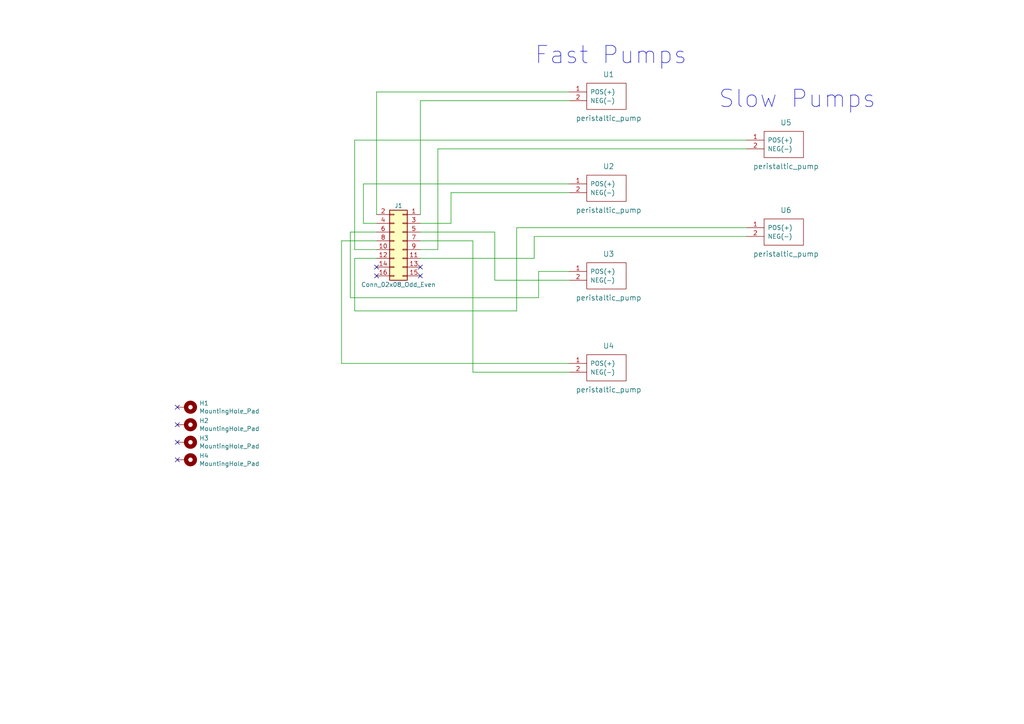
<source format=kicad_sch>
(kicad_sch (version 20211123) (generator eeschema)
  (paper "A4")
  (lib_symbols
    (symbol "Mechanical:MountingHole_Pad" (pin_numbers hide) (pin_names (offset 1.016) hide)
      (property "Reference" "H" (at 0 6.35 0))
      (property "Value" "MountingHole_Pad" (at 0 4.445 0))
      (symbol "MountingHole_Pad_0_1"
        (circle (center 0 1.27) (radius 1.27) (stroke (width 1.27)))
      )
      (symbol "MountingHole_Pad_1_1"
        (pin input line (at 0 -2.54 90) (length 2.54) (name "1") (number "1"))
      )
    )
    (symbol "pump_board-rescue:Conn_02x08_Odd_Even" (pin_names (offset 1.016) hide)
      (property "Reference" "J" (at 1.27 10.16 0))
      (property "Value" "Conn_02x08_Odd_Even" (at 1.27 -12.7 0))
      (symbol "Conn_02x08_Odd_Even_1_1"
        (rectangle (start -1.27 -10.033) (end 0 -10.287) (stroke (width 0.1524)))
        (rectangle (start -1.27 -7.493) (end 0 -7.747) (stroke (width 0.1524)))
        (rectangle (start -1.27 -4.953) (end 0 -5.207) (stroke (width 0.1524)))
        (rectangle (start -1.27 -2.413) (end 0 -2.667) (stroke (width 0.1524)))
        (rectangle (start -1.27 0.127) (end 0 -0.127) (stroke (width 0.1524)))
        (rectangle (start -1.27 2.667) (end 0 2.413) (stroke (width 0.1524)))
        (rectangle (start -1.27 5.207) (end 0 4.953) (stroke (width 0.1524)))
        (rectangle (start -1.27 7.747) (end 0 7.493) (stroke (width 0.1524)))
        (rectangle (start -1.27 8.89) (end 3.81 -11.43) (stroke (width 0.254)) (fill (type background)))
        (rectangle (start 3.81 -10.033) (end 2.54 -10.287) (stroke (width 0.1524)))
        (rectangle (start 3.81 -7.493) (end 2.54 -7.747) (stroke (width 0.1524)))
        (rectangle (start 3.81 -4.953) (end 2.54 -5.207) (stroke (width 0.1524)))
        (rectangle (start 3.81 -2.413) (end 2.54 -2.667) (stroke (width 0.1524)))
        (rectangle (start 3.81 0.127) (end 2.54 -0.127) (stroke (width 0.1524)))
        (rectangle (start 3.81 2.667) (end 2.54 2.413) (stroke (width 0.1524)))
        (rectangle (start 3.81 5.207) (end 2.54 4.953) (stroke (width 0.1524)))
        (rectangle (start 3.81 7.747) (end 2.54 7.493) (stroke (width 0.1524)))
        (pin passive line (at -5.08 7.62 0) (length 3.81) (name "Pin_1") (number "1"))
        (pin passive line (at 7.62 -2.54 180) (length 3.81) (name "Pin_10") (number "10"))
        (pin passive line (at -5.08 -5.08 0) (length 3.81) (name "Pin_11") (number "11"))
        (pin passive line (at 7.62 -5.08 180) (length 3.81) (name "Pin_12") (number "12"))
        (pin passive line (at -5.08 -7.62 0) (length 3.81) (name "Pin_13") (number "13"))
        (pin passive line (at 7.62 -7.62 180) (length 3.81) (name "Pin_14") (number "14"))
        (pin passive line (at -5.08 -10.16 0) (length 3.81) (name "Pin_15") (number "15"))
        (pin passive line (at 7.62 -10.16 180) (length 3.81) (name "Pin_16") (number "16"))
        (pin passive line (at 7.62 7.62 180) (length 3.81) (name "Pin_2") (number "2"))
        (pin passive line (at -5.08 5.08 0) (length 3.81) (name "Pin_3") (number "3"))
        (pin passive line (at 7.62 5.08 180) (length 3.81) (name "Pin_4") (number "4"))
        (pin passive line (at -5.08 2.54 0) (length 3.81) (name "Pin_5") (number "5"))
        (pin passive line (at 7.62 2.54 180) (length 3.81) (name "Pin_6") (number "6"))
        (pin passive line (at -5.08 0 0) (length 3.81) (name "Pin_7") (number "7"))
        (pin passive line (at 7.62 0 180) (length 3.81) (name "Pin_8") (number "8"))
        (pin passive line (at -5.08 -2.54 0) (length 3.81) (name "Pin_9") (number "9"))
      )
    )
    (symbol "pump_board-rescue:peristaltic_pump" (pin_names (offset 1.016))
      (property "Reference" "U" (at 1.27 6.35 0))
      (property "Value" "peristaltic_pump" (at 1.27 -6.35 0))
      (symbol "peristaltic_pump_0_1"
        (rectangle (start -5.08 -3.81) (end 6.35 3.81))
      )
      (symbol "peristaltic_pump_1_1"
        (pin input line (at -10.16 1.27 0) (length 5.08) (name "POS(+)") (number "1"))
        (pin input line (at -10.16 -1.27 0) (length 5.08) (name "NEG(-)") (number "2"))
      )
    )
  )
  (no_connect (at 51.435 133.35))
  (no_connect (at 121.92 80.01))
  (no_connect (at 121.92 77.47))
  (no_connect (at 51.435 118.11))
  (no_connect (at 51.435 123.19))
  (no_connect (at 109.22 77.47))
  (no_connect (at 51.435 128.27))
  (no_connect (at 109.22 80.01))
  (wire (pts (xy 130.81 64.77) (xy 130.81 55.88)))
  (wire (pts (xy 216.535 68.58) (xy 154.94 68.58)))
  (wire (pts (xy 102.87 74.93) (xy 109.22 74.93)))
  (wire (pts (xy 109.22 26.67) (xy 165.1 26.67)))
  (wire (pts (xy 109.22 62.23) (xy 109.22 26.67)))
  (wire (pts (xy 216.535 43.18) (xy 127 43.18)))
  (wire (pts (xy 121.92 69.85) (xy 137.16 69.85)))
  (wire (pts (xy 130.81 55.88) (xy 165.1 55.88)))
  (wire (pts (xy 154.94 68.58) (xy 154.94 74.93)))
  (wire (pts (xy 137.16 69.85) (xy 137.16 107.95)))
  (wire (pts (xy 102.87 40.64) (xy 216.535 40.64)))
  (wire (pts (xy 99.06 69.85) (xy 99.06 105.41)))
  (wire (pts (xy 143.51 67.31) (xy 121.92 67.31)))
  (wire (pts (xy 137.16 107.95) (xy 165.1 107.95)))
  (wire (pts (xy 127 43.18) (xy 127 72.39)))
  (wire (pts (xy 121.92 64.77) (xy 130.81 64.77)))
  (wire (pts (xy 109.22 67.31) (xy 101.6 67.31)))
  (wire (pts (xy 165.1 29.21) (xy 121.92 29.21)))
  (wire (pts (xy 105.41 64.77) (xy 105.41 53.34)))
  (wire (pts (xy 143.51 81.28) (xy 143.51 67.31)))
  (wire (pts (xy 149.86 90.17) (xy 102.87 90.17)))
  (wire (pts (xy 216.535 66.04) (xy 149.86 66.04)))
  (wire (pts (xy 101.6 86.36) (xy 156.21 86.36)))
  (wire (pts (xy 127 72.39) (xy 121.92 72.39)))
  (wire (pts (xy 105.41 53.34) (xy 165.1 53.34)))
  (wire (pts (xy 149.86 66.04) (xy 149.86 90.17)))
  (wire (pts (xy 165.1 81.28) (xy 143.51 81.28)))
  (wire (pts (xy 102.87 72.39) (xy 102.87 40.64)))
  (wire (pts (xy 121.92 29.21) (xy 121.92 62.23)))
  (wire (pts (xy 109.22 72.39) (xy 102.87 72.39)))
  (wire (pts (xy 156.21 78.74) (xy 165.1 78.74)))
  (wire (pts (xy 154.94 74.93) (xy 121.92 74.93)))
  (wire (pts (xy 156.21 86.36) (xy 156.21 78.74)))
  (wire (pts (xy 109.22 69.85) (xy 99.06 69.85)))
  (wire (pts (xy 102.87 90.17) (xy 102.87 74.93)))
  (wire (pts (xy 101.6 67.31) (xy 101.6 86.36)))
  (wire (pts (xy 109.22 64.77) (xy 105.41 64.77)))
  (wire (pts (xy 99.06 105.41) (xy 165.1 105.41)))
  (text "Fast Pumps" (at 154.94 19.05 0) (effects (font (size 5 5)) (justify left bottom)))
  (text "Slow Pumps" (at 208.28 31.75 0) (effects (font (size 5 5)) (justify left bottom)))
  (symbol (lib_id "pump_board-rescue:peristaltic_pump") (at 226.695 67.31 0) (unit 1)
    (property "Reference" "U6" (at 227.965 60.96 0) (effects (font (size 1.524 1.524))))
    (property "Value" "peristaltic_pump" (at 227.965 73.66 0) (effects (font (size 1.524 1.524))))
    (property "Footprint" "Pump Library:Slow_Pump" (effects hide))
  )
  (symbol (lib_id "pump_board-rescue:peristaltic_pump") (at 226.695 41.91 0) (unit 1)
    (property "Reference" "U5" (at 227.965 35.56 0) (effects (font (size 1.524 1.524))))
    (property "Value" "peristaltic_pump" (at 227.965 48.26 0) (effects (font (size 1.524 1.524))))
    (property "Footprint" "Pump Library:Slow_Pump" (effects hide))
  )
  (symbol (lib_id "pump_board-rescue:peristaltic_pump") (at 175.26 106.68 0) (unit 1)
    (property "Reference" "U4" (at 176.53 100.33 0) (effects (font (size 1.524 1.524))))
    (property "Value" "peristaltic_pump" (at 176.53 113.03 0) (effects (font (size 1.524 1.524))))
    (property "Footprint" "Pump Library:Fast_Pump" (effects hide))
  )
  (symbol (lib_id "pump_board-rescue:peristaltic_pump") (at 175.26 80.01 0) (unit 1)
    (property "Reference" "U3" (at 176.53 73.66 0) (effects (font (size 1.524 1.524))))
    (property "Value" "peristaltic_pump" (at 176.53 86.36 0) (effects (font (size 1.524 1.524))))
    (property "Footprint" "Pump Library:Fast_Pump" (effects hide))
  )
  (symbol (lib_id "pump_board-rescue:peristaltic_pump") (at 175.26 54.61 0) (unit 1)
    (property "Reference" "U2" (at 176.53 48.26 0) (effects (font (size 1.524 1.524))))
    (property "Value" "peristaltic_pump" (at 176.53 60.96 0) (effects (font (size 1.524 1.524))))
    (property "Footprint" "Pump Library:Fast_Pump" (effects hide))
  )
  (symbol (lib_id "pump_board-rescue:peristaltic_pump") (at 175.26 27.94 0) (unit 1)
    (property "Reference" "U1" (at 176.53 21.59 0) (effects (font (size 1.524 1.524))))
    (property "Value" "peristaltic_pump" (at 176.53 34.29 0) (effects (font (size 1.524 1.524))))
    (property "Footprint" "Pump Library:Fast_Pump" (effects hide))
  )
  (symbol (lib_id "Mechanical:MountingHole_Pad") (at 53.975 118.11 270) (unit 1)
    (property "Reference" "H1" (at 57.785 116.9416 90) (effects (justify left)))
    (property "Value" "MountingHole_Pad" (at 57.785 119.253 90) (effects (justify left)))
    (property "Footprint" "MountingHole:MountingHole_3.2mm_M3_DIN965_Pad" (effects hide))
  )
  (symbol (lib_id "Mechanical:MountingHole_Pad") (at 53.975 133.35 270) (unit 1)
    (property "Reference" "H4" (at 57.785 132.1816 90) (effects (justify left)))
    (property "Value" "MountingHole_Pad" (at 57.785 134.493 90) (effects (justify left)))
    (property "Footprint" "MountingHole:MountingHole_3.2mm_M3_DIN965_Pad" (effects hide))
  )
  (symbol (lib_id "Mechanical:MountingHole_Pad") (at 53.975 123.19 270) (unit 1)
    (property "Reference" "H2" (at 57.785 122.0216 90) (effects (justify left)))
    (property "Value" "MountingHole_Pad" (at 57.785 124.333 90) (effects (justify left)))
    (property "Footprint" "MountingHole:MountingHole_3.2mm_M3_DIN965_Pad" (effects hide))
  )
  (symbol (lib_id "pump_board-rescue:Conn_02x08_Odd_Even") (at 116.84 69.85 0) (mirror y) (unit 1)
    (property "Reference" "J1" (at 115.57 59.69 0))
    (property "Value" "Conn_02x08_Odd_Even" (at 115.57 82.55 0))
    (property "Footprint" "pump_board:pump_2x8_connector" (effects hide))
  )
  (symbol (lib_id "Mechanical:MountingHole_Pad") (at 53.975 128.27 270) (unit 1)
    (property "Reference" "H3" (at 57.785 127.1016 90) (effects (justify left)))
    (property "Value" "MountingHole_Pad" (at 57.785 129.413 90) (effects (justify left)))
    (property "Footprint" "MountingHole:MountingHole_3.2mm_M3_DIN965_Pad" (effects hide))
  )
)
</source>
